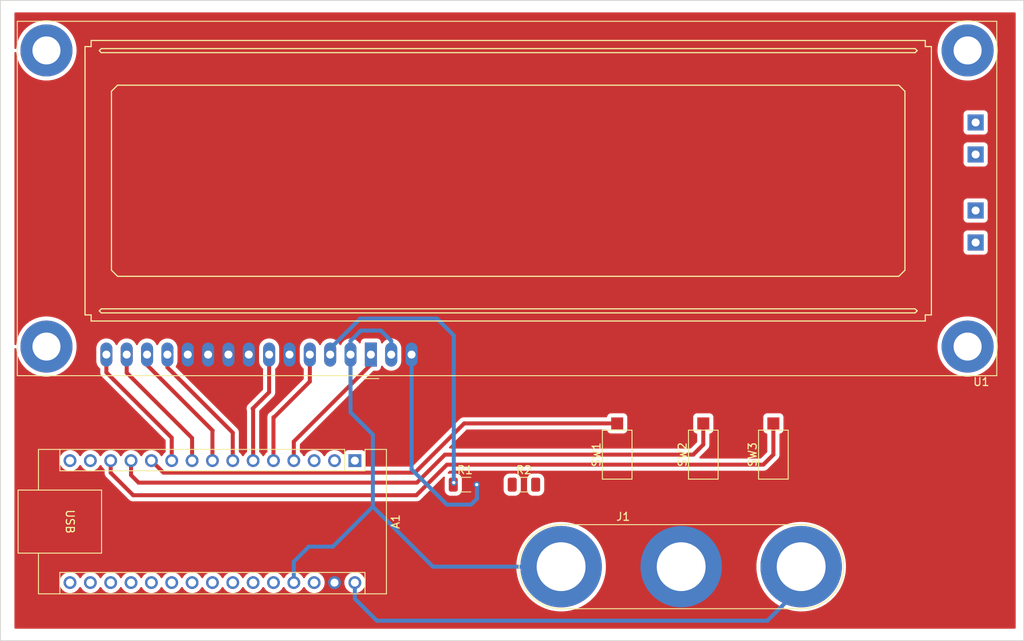
<source format=kicad_pcb>
(kicad_pcb (version 20211014) (generator pcbnew)
  (layers (0 "F.Cu" signal) (31 "B.Cu" signal) (34 "B.Paste" user) (35 "F.Paste" user) (36 "B.SilkS" user "B.Silkscreen") (37 "F.SilkS" user "F.Silkscreen") (38 "B.Mask" user) (39 "F.Mask" user) (44 "Edge.Cuts" user))
  (net 0 "")
  (net 4 "GND")
  (net 5 "Net-(A1-Pad4)")
  (net 6 "Net-(A1-Pad5)")
  (net 7 "Net-(A1-Pad6)")
  (net 8 "Net-(A1-Pad7)")
  (net 9 "Net-(A1-Pad8)")
  (net 10 "Net-(A1-Pad9)")
  (net 11 "Net-(A1-Pad10)")
  (net 12 "Net-(A1-Pad11)")
  (net 13 "Net-(A1-Pad12)")
  (net 27 "Net-(A1-Pad27)")
  (net 29 "Net-(A1-Pad30)")
  (net 30 "Net-(R1-Pad1)")
  (net 33 "Net-(A1-Pad13)")
  (footprint "Display:LCD-016N002L" (layer "F.Cu") (at 120.25 89 180)
    (fp_text reference "U1" (at -76.21 -3.41) (layer "F.SilkS"))
    (fp_text value "LCD-016N002L")
    (fp_line (start -65.913 33.655) (end -66.675 32.893) (layer "F.SilkS") (width 0.15))
    (fp_line (start 32.385 32.893) (end 31.623 33.655) (layer "F.SilkS") (width 0.15))
    (fp_line (start 44.14 -2.64) (end -78.14 -2.64) (layer "F.SilkS") (width 0.12))
    (fp_line (start -78.14 -2.64) (end -78.14 41.64) (layer "F.SilkS") (width 0.12))
    (fp_line (start 35.687 38.481) (end 34.925 38.481) (layer "F.SilkS") (width 0.15))
    (fp_line (start -67.945 5.715) (end 33.655 5.715) (layer "F.SilkS") (width 0.15))
    (fp_line (start 32.385 10.541) (end 32.385 32.893) (layer "F.SilkS") (width 0.15))
    (fp_line (start -66.675 10.541) (end -65.913 9.779) (layer "F.SilkS") (width 0.15))
    (fp_line (start 33.655 5.207) (end 33.909 5.461) (layer "F.SilkS") (width 0.15))
    (fp_line (start -67.945 5.207) (end -68.199 5.461) (layer "F.SilkS") (width 0.15))
    (fp_line (start 35.687 38.481) (end 35.687 4.953) (layer "F.SilkS") (width 0.15))
    (fp_line (start 44.14 -2.64) (end 44.14 41.64) (layer "F.SilkS") (width 0.12))
    (fp_line (start -69.215 4.191) (end -69.215 4.953) (layer "F.SilkS") (width 0.15))
    (fp_line (start -68.199 37.973) (end -67.945 38.227) (layer "F.SilkS") (width 0.15))
    (fp_line (start 33.909 37.973) (end 33.655 37.719) (layer "F.SilkS") (width 0.15))
    (fp_line (start 31.623 33.655) (end -65.913 33.655) (layer "F.SilkS") (width 0.15))
    (fp_line (start -68.199 5.461) (end -67.945 5.715) (layer "F.SilkS") (width 0.15))
    (fp_line (start -69.215 39.243) (end 34.925 39.243) (layer "F.SilkS") (width 0.15))
    (fp_line (start -66.675 32.893) (end -66.675 10.541) (layer "F.SilkS") (width 0.15))
    (fp_line (start 33.655 38.227) (end 33.909 37.973) (layer "F.SilkS") (width 0.15))
    (fp_line (start -67.945 37.719) (end -68.199 37.973) (layer "F.SilkS") (width 0.15))
    (fp_line (start 34.925 4.191) (end -69.215 4.191) (layer "F.SilkS") (width 0.15))
    (fp_line (start 34.925 38.481) (end 34.925 39.243) (layer "F.SilkS") (width 0.15))
    (fp_line (start -69.977 4.953) (end -69.977 38.481) (layer "F.SilkS") (width 0.15))
    (fp_line (start -69.215 39.243) (end -69.215 38.481) (layer "F.SilkS") (width 0.15))
    (fp_line (start 33.909 5.461) (end 33.655 5.715) (layer "F.SilkS") (width 0.15))
    (fp_line (start -69.215 38.481) (end -69.977 38.481) (layer "F.SilkS") (width 0.15))
    (fp_line (start -78.14 41.64) (end 44.14 41.64) (layer "F.SilkS") (width 0.12))
    (fp_line (start 34.925 4.953) (end 35.687 4.953) (layer "F.SilkS") (width 0.15))
    (fp_line (start 33.655 5.207) (end -67.945 5.207) (layer "F.SilkS") (width 0.15))
    (fp_line (start 33.655 37.719) (end -67.945 37.719) (layer "F.SilkS") (width 0.15))
    (fp_line (start 31.623 9.779) (end 32.385 10.541) (layer "F.SilkS") (width 0.15))
    (fp_line (start -67.945 38.227) (end 33.655 38.227) (layer "F.SilkS") (width 0.15))
    (fp_line (start -1 -3) (end 1 -3) (layer "F.SilkS") (width 0.12))
    (fp_line (start 34.925 4.191) (end 34.925 4.953) (layer "F.SilkS") (width 0.15))
    (fp_line (start -65.913 9.779) (end 31.623 9.779) (layer "F.SilkS") (width 0.15))
    (fp_line (start -69.215 4.953) (end -69.977 4.953) (layer "F.SilkS") (width 0.15))
    (pad "" thru_hole circle (at 40.5 38) (size 6.5 6.5) (drill 3.5) (layers *.Cu *.Mask))
    (pad "" thru_hole circle (at 40.5 1) (size 6.5 6.5) (drill 3.5) (layers *.Cu *.Mask))
    (pad "" thru_hole circle (at -74.5 38) (size 6.5 6.5) (drill 3.5) (layers *.Cu *.Mask))
    (pad "" thru_hole circle (at -74.5 1) (size 6.5 6.5) (drill 3.5) (layers *.Cu *.Mask))
    (pad "1" thru_hole rect (at 0 0) (size 1.5 3) (drill 1) (layers *.Cu *.Mask) (net 5 "Net-(A1-Pad4)"))
    (pad "2" thru_hole oval (at 2.54 0) (size 1.5 3) (drill 1) (layers *.Cu *.Mask) (net 27 "Net-(A1-Pad27)"))
    (pad "3" thru_hole oval (at 5.08 0) (size 1.5 3) (drill 1) (layers *.Cu *.Mask) (net 30 "Net-(R1-Pad1)"))
    (pad "4" thru_hole oval (at 7.62 0) (size 1.5 3) (drill 1) (layers *.Cu *.Mask) (net 6 "Net-(A1-Pad5)"))
    (pad "5" thru_hole oval (at 10.16 0) (size 1.5 3) (drill 1) (layers *.Cu *.Mask) (net 4 "GND"))
    (pad "6" thru_hole oval (at 12.7 0) (size 1.5 3) (drill 1) (layers *.Cu *.Mask) (net 7 "Net-(A1-Pad6)"))
    (pad "7" thru_hole oval (at 15.24 0) (size 1.5 3) (drill 1) (layers *.Cu *.Mask) (net 4 "GND"))
    (pad "8" thru_hole oval (at 17.78 0) (size 1.5 3) (drill 1) (layers *.Cu *.Mask) (net 4 "GND"))
    (pad "9" thru_hole oval (at 20.32 0) (size 1.5 3) (drill 1) (layers *.Cu *.Mask) (net 4 "GND"))
    (pad "10" thru_hole oval (at 22.86 0) (size 1.5 3) (drill 1) (layers *.Cu *.Mask) (net 4 "GND"))
    (pad "11" thru_hole oval (at 25.4 0) (size 1.5 3) (drill 1) (layers *.Cu *.Mask) (net 8 "Net-(A1-Pad7)"))
    (pad "12" thru_hole oval (at 27.94 0) (size 1.5 3) (drill 1) (layers *.Cu *.Mask) (net 9 "Net-(A1-Pad8)"))
    (pad "13" thru_hole oval (at 30.48 0) (size 1.5 3) (drill 1) (layers *.Cu *.Mask) (net 10 "Net-(A1-Pad9)"))
    (pad "14" thru_hole oval (at 33.02 0) (size 1.5 3) (drill 1) (layers *.Cu *.Mask) (net 11 "Net-(A1-Pad10)"))
    (pad "15" thru_hole oval (at -2.54 0) (size 1.5 3) (drill 1) (layers *.Cu *.Mask) (net 27 "Net-(A1-Pad27)"))
    (pad "16" thru_hole oval (at -5.08 0) (size 1.5 3) (drill 1) (layers *.Cu *.Mask) (net 4 "GND"))
    (pad "A1" thru_hole rect (at -75.5 14) (size 2 2) (drill 1) (layers *.Cu *.Mask))
    (pad "A2" thru_hole rect (at -75.5 25) (size 2 2) (drill 1) (layers *.Cu *.Mask))
    (pad "K1" thru_hole rect (at -75.5 18) (size 2 2) (drill 1) (layers *.Cu *.Mask))
    (pad "K2" thru_hole rect (at -75.5 29) (size 2 2) (drill 1) (layers *.Cu *.Mask))
  )
  (footprint "Resistor_SMD:R_1206_3216Metric" (layer "F.Cu") (at 132 105.25)
    (fp_text reference "R1" (at 0 -1.82) (layer "F.SilkS"))
    (fp_text value "R")
    (fp_line (start -0.727064 0.91) (end 0.727064 0.91) (layer "F.SilkS") (width 0.12))
    (fp_line (start -0.727064 -0.91) (end 0.727064 -0.91) (layer "F.SilkS") (width 0.12))
    (pad "1" smd roundrect (at -1.4625 0) (size 1.125 1.75) (layers "F.Cu" "F.Paste" "F.Mask") (roundrect_rratio 0.2222222222) (net 30 "Net-(R1-Pad1)"))
    (pad "2" smd roundrect (at 1.4625 0) (size 1.125 1.75) (layers "F.Cu" "F.Paste" "F.Mask") (roundrect_rratio 0.2222222222) (net 4 "GND"))
  )
  (footprint "Button_Switch_SMD:SW_SPST_CK_RS282G05A3" (layer "F.Cu") (at 161.75 101.5 90)
    (fp_text reference "SW2" (at 0 -2.6 90) (layer "F.SilkS"))
    (fp_text value "SW_Push")
    (fp_line (start -3.06 -1.85) (end 3.06 -1.85) (layer "F.SilkS") (width 0.12))
    (fp_line (start -3.06 1.85) (end -3.06 -1.85) (layer "F.SilkS") (width 0.12))
    (fp_line (start 3.06 1.85) (end -3.06 1.85) (layer "F.SilkS") (width 0.12))
    (fp_line (start 3.06 -1.85) (end 3.06 1.85) (layer "F.SilkS") (width 0.12))
    (pad "1" smd rect (at -3.9 0 90) (size 1.5 1.5) (layers "F.Cu" "F.Paste" "F.Mask") (net 4 "GND"))
    (pad "2" smd rect (at 3.9 0 90) (size 1.5 1.5) (layers "F.Cu" "F.Paste" "F.Mask") (net 13 "Net-(A1-Pad12)"))
  )
  (footprint "Resistor_SMD:R_1206_3216Metric" (layer "F.Cu") (at 139.36 105.25)
    (fp_text reference "R2" (at 0 -1.82) (layer "F.SilkS"))
    (fp_text value "R")
    (fp_line (start -0.727064 -0.91) (end 0.727064 -0.91) (layer "F.SilkS") (width 0.12))
    (fp_line (start -0.727064 0.91) (end 0.727064 0.91) (layer "F.SilkS") (width 0.12))
    (pad "1" smd roundrect (at -1.4625 0) (size 1.125 1.75) (layers "F.Cu" "F.Paste" "F.Mask") (roundrect_rratio 0.2222222222))
    (pad "2" smd roundrect (at 1.4625 0) (size 1.125 1.75) (layers "F.Cu" "F.Paste" "F.Mask") (roundrect_rratio 0.2222222222))
  )
  (footprint "Button_Switch_SMD:SW_SPST_CK_RS282G05A3" (layer "F.Cu") (at 170.5 101.5 90)
    (fp_text reference "SW3" (at 0 -2.6 90) (layer "F.SilkS"))
    (fp_text value "SW_Push")
    (fp_line (start -3.06 1.85) (end -3.06 -1.85) (layer "F.SilkS") (width 0.12))
    (fp_line (start 3.06 -1.85) (end 3.06 1.85) (layer "F.SilkS") (width 0.12))
    (fp_line (start 3.06 1.85) (end -3.06 1.85) (layer "F.SilkS") (width 0.12))
    (fp_line (start -3.06 -1.85) (end 3.06 -1.85) (layer "F.SilkS") (width 0.12))
    (pad "1" smd rect (at -3.9 0 90) (size 1.5 1.5) (layers "F.Cu" "F.Paste" "F.Mask") (net 4 "GND"))
    (pad "2" smd rect (at 3.9 0 90) (size 1.5 1.5) (layers "F.Cu" "F.Paste" "F.Mask") (net 33 "Net-(A1-Pad13)"))
  )
  (footprint "Module:Arduino_Nano" (layer "F.Cu") (at 118.25 102.25 -90)
    (fp_text reference "A1" (at 7.62 -5.08 90) (layer "F.SilkS"))
    (fp_text value "Arduino_Nano_v2.x")
    (fp_text user "USB" (at 7.62 35.56 -90 unlocked) (layer "F.SilkS"))
    (fp_line (start 1.27 -1.27) (end -1.4 -1.27) (layer "F.SilkS") (width 0.12))
    (fp_line (start 1.27 36.83) (end -1.4 36.83) (layer "F.SilkS") (width 0.12))
    (fp_line (start 3.68 31.62) (end 11.56 31.62) (layer "F.SilkS") (width 0.12))
    (fp_line (start 1.27 1.27) (end 1.27 36.83) (layer "F.SilkS") (width 0.12))
    (fp_line (start -1.4 1.27) (end -1.4 39.5) (layer "F.SilkS") (width 0.12))
    (fp_line (start 13.97 36.83) (end 16.64 36.83) (layer "F.SilkS") (width 0.12))
    (fp_line (start 16.64 39.5) (end 11.56 39.5) (layer "F.SilkS") (width 0.12))
    (fp_line (start 16.64 -3.94) (end -1.4 -3.94) (layer "F.SilkS") (width 0.12))
    (fp_line (start -1.4 39.5) (end 3.68 39.5) (layer "F.SilkS") (width 0.12))
    (fp_line (start 13.97 -1.27) (end 16.64 -1.27) (layer "F.SilkS") (width 0.12))
    (fp_line (start -1.4 -3.94) (end -1.4 -1.27) (layer "F.SilkS") (width 0.12))
    (fp_line (start 1.27 1.27) (end -1.4 1.27) (layer "F.SilkS") (width 0.12))
    (fp_line (start 16.64 39.5) (end 16.64 -3.94) (layer "F.SilkS") (width 0.12))
    (fp_line (start 3.68 42.04) (end 3.68 31.62) (layer "F.SilkS") (width 0.12))
    (fp_line (start 1.27 1.27) (end 1.27 -1.27) (layer "F.SilkS") (width 0.12))
    (fp_line (start 11.56 42.04) (end 3.68 42.04) (layer "F.SilkS") (width 0.12))
    (fp_line (start 11.56 31.62) (end 11.56 42.04) (layer "F.SilkS") (width 0.12))
    (fp_line (start 13.97 -1.27) (end 13.97 36.83) (layer "F.SilkS") (width 0.12))
    (pad "1" thru_hole rect (at 0 0 270) (size 1.6 1.6) (drill 1) (layers *.Cu *.Mask))
    (pad "2" thru_hole oval (at 0 2.54 270) (size 1.6 1.6) (drill 1) (layers *.Cu *.Mask))
    (pad "3" thru_hole oval (at 0 5.08 270) (size 1.6 1.6) (drill 1) (layers *.Cu *.Mask))
    (pad "4" thru_hole oval (at 0 7.62 270) (size 1.6 1.6) (drill 1) (layers *.Cu *.Mask) (net 5 "Net-(A1-Pad4)"))
    (pad "5" thru_hole oval (at 0 10.16 270) (size 1.6 1.6) (drill 1) (layers *.Cu *.Mask) (net 6 "Net-(A1-Pad5)"))
    (pad "6" thru_hole oval (at 0 12.7 270) (size 1.6 1.6) (drill 1) (layers *.Cu *.Mask) (net 7 "Net-(A1-Pad6)"))
    (pad "7" thru_hole oval (at 0 15.24 270) (size 1.6 1.6) (drill 1) (layers *.Cu *.Mask) (net 8 "Net-(A1-Pad7)"))
    (pad "8" thru_hole oval (at 0 17.78 270) (size 1.6 1.6) (drill 1) (layers *.Cu *.Mask) (net 9 "Net-(A1-Pad8)"))
    (pad "9" thru_hole oval (at 0 20.32 270) (size 1.6 1.6) (drill 1) (layers *.Cu *.Mask) (net 10 "Net-(A1-Pad9)"))
    (pad "10" thru_hole oval (at 0 22.86 270) (size 1.6 1.6) (drill 1) (layers *.Cu *.Mask) (net 11 "Net-(A1-Pad10)"))
    (pad "11" thru_hole oval (at 0 25.4 270) (size 1.6 1.6) (drill 1) (layers *.Cu *.Mask) (net 12 "Net-(A1-Pad11)"))
    (pad "12" thru_hole oval (at 0 27.94 270) (size 1.6 1.6) (drill 1) (layers *.Cu *.Mask) (net 13 "Net-(A1-Pad12)"))
    (pad "13" thru_hole oval (at 0 30.48 270) (size 1.6 1.6) (drill 1) (layers *.Cu *.Mask) (net 33 "Net-(A1-Pad13)"))
    (pad "14" thru_hole oval (at 0 33.02 270) (size 1.6 1.6) (drill 1) (layers *.Cu *.Mask))
    (pad "15" thru_hole oval (at 0 35.56 270) (size 1.6 1.6) (drill 1) (layers *.Cu *.Mask))
    (pad "16" thru_hole oval (at 15.24 35.56 270) (size 1.6 1.6) (drill 1) (layers *.Cu *.Mask))
    (pad "17" thru_hole oval (at 15.24 33.02 270) (size 1.6 1.6) (drill 1) (layers *.Cu *.Mask))
    (pad "18" thru_hole oval (at 15.24 30.48 270) (size 1.6 1.6) (drill 1) (layers *.Cu *.Mask))
    (pad "19" thru_hole oval (at 15.24 27.94 270) (size 1.6 1.6) (drill 1) (layers *.Cu *.Mask))
    (pad "20" thru_hole oval (at 15.24 25.4 270) (size 1.6 1.6) (drill 1) (layers *.Cu *.Mask))
    (pad "21" thru_hole oval (at 15.24 22.86 270) (size 1.6 1.6) (drill 1) (layers *.Cu *.Mask))
    (pad "22" thru_hole oval (at 15.24 20.32 270) (size 1.6 1.6) (drill 1) (layers *.Cu *.Mask))
    (pad "23" thru_hole oval (at 15.24 17.78 270) (size 1.6 1.6) (drill 1) (layers *.Cu *.Mask))
    (pad "24" thru_hole oval (at 15.24 15.24 270) (size 1.6 1.6) (drill 1) (layers *.Cu *.Mask))
    (pad "25" thru_hole oval (at 15.24 12.7 270) (size 1.6 1.6) (drill 1) (layers *.Cu *.Mask))
    (pad "26" thru_hole oval (at 15.24 10.16 270) (size 1.6 1.6) (drill 1) (layers *.Cu *.Mask))
    (pad "27" thru_hole oval (at 15.24 7.62 270) (size 1.6 1.6) (drill 1) (layers *.Cu *.Mask) (net 27 "Net-(A1-Pad27)"))
    (pad "28" thru_hole oval (at 15.24 5.08 270) (size 1.6 1.6) (drill 1) (layers *.Cu *.Mask))
    (pad "29" thru_hole oval (at 15.24 2.54 270) (size 1.6 1.6) (drill 1) (layers *.Cu *.Mask) (net 4 "GND"))
    (pad "30" thru_hole oval (at 15.24 0 270) (size 1.6 1.6) (drill 1) (layers *.Cu *.Mask) (net 29 "Net-(A1-Pad30)"))
  )
  (footprint "Connector:Banana_Jack_3Pin" (layer "F.Cu") (at 144 115.5)
    (fp_text reference "J1" (at 7.75 -6.25) (layer "F.SilkS"))
    (fp_text value "Conn_01x03_Female")
    (fp_line (start 30 -5.25) (end 0 -5.25) (layer "F.SilkS") (width 0.12))
    (fp_line (start 0 5.25) (end 30 5.25) (layer "F.SilkS") (width 0.12))
    (fp_arc (start 0 5.25) (mid -5.25 0) (end 0 -5.25) (layer "F.SilkS") (width 0.12))
    (fp_arc (start 30 -5.25) (mid 35.25 0) (end 30 5.25) (layer "F.SilkS") (width 0.12))
    (pad "1" thru_hole circle (at 0 0) (size 10.16 10.16) (drill 6.1) (layers *.Cu *.Mask) (net 27 "Net-(A1-Pad27)"))
    (pad "2" thru_hole circle (at 14.99 0) (size 10.16 10.16) (drill 6.1) (layers *.Cu *.Mask) (net 4 "GND"))
    (pad "3" thru_hole circle (at 29.97 0) (size 10.16 10.16) (drill 6.1) (layers *.Cu *.Mask) (net 29 "Net-(A1-Pad30)"))
  )
  (footprint "Button_Switch_SMD:SW_SPST_CK_RS282G05A3" (layer "F.Cu") (at 151 101.5 90)
    (fp_text reference "SW1" (at 0 -2.6 90) (layer "F.SilkS"))
    (fp_text value "SW_Push")
    (fp_line (start 3.06 1.85) (end -3.06 1.85) (layer "F.SilkS") (width 0.12))
    (fp_line (start -3.06 1.85) (end -3.06 -1.85) (layer "F.SilkS") (width 0.12))
    (fp_line (start -3.06 -1.85) (end 3.06 -1.85) (layer "F.SilkS") (width 0.12))
    (fp_line (start 3.06 -1.85) (end 3.06 1.85) (layer "F.SilkS") (width 0.12))
    (pad "1" smd rect (at -3.9 0 90) (size 1.5 1.5) (layers "F.Cu" "F.Paste" "F.Mask") (net 4 "GND"))
    (pad "2" smd rect (at 3.9 0 90) (size 1.5 1.5) (layers "F.Cu" "F.Paste" "F.Mask") (net 12 "Net-(A1-Pad11)"))
  )
  (gr_rect (start 74 44.75) (end 201.75 124.75) (layer "Edge.Cuts") (width 0.1) (fill none))
  (segment (start 105.01 87.24) (end 106.5 85.75) (width 0.5) (layer "F.Cu") (net 4))
  (segment (start 108.25 85.75) (end 110.09 87.59) (width 0.5) (layer "F.Cu") (net 4))
  (segment (start 170.5 105.4) (end 151 105.4) (width 0.5) (layer "F.Cu") (net 4))
  (segment (start 106.5 85.75) (end 108.25 85.75) (width 0.5) (layer "F.Cu") (net 4))
  (segment (start 151 105.4) (end 151 107.5) (width 0.5) (layer "F.Cu") (net 4))
  (segment (start 120.7 112.5) (end 129.75 112.5) (width 0.5) (layer "F.Cu") (net 4))
  (segment (start 124 86.25) (end 110.75 86.25) (width 0.5) (layer "F.Cu") (net 4))
  (segment (start 133.4625 108.2125) (end 133.4625 105.25) (width 0.5) (layer "F.Cu") (net 4))
  (segment (start 115.71 117.49) (end 120.7 112.5) (width 0.5) (layer "F.Cu") (net 4))
  (segment (start 125.33 87.58) (end 124 86.25) (width 0.5) (layer "F.Cu") (net 4))
  (segment (start 97.39 89) (end 105.01 89) (width 0.5) (layer "F.Cu") (net 4))
  (segment (start 110.09 87.59) (end 110.09 89) (width 0.5) (layer "F.Cu") (net 4))
  (segment (start 133.4625 108.7875) (end 133.4625 108.2125) (width 0.5) (layer "F.Cu") (net 4))
  (segment (start 110.09 86.91) (end 110.09 89) (width 0.5) (layer "F.Cu") (net 4))
  (segment (start 129.75 112.5) (end 133.4625 108.7875) (width 0.5) (layer "F.Cu") (net 4))
  (segment (start 161.75 112.74) (end 158.99 115.5) (width 0.5) (layer "F.Cu") (net 4))
  (segment (start 149.75 108.75) (end 134 108.75) (width 0.5) (layer "F.Cu") (net 4))
  (segment (start 133.5 105.2125) (end 133.4625 105.25) (width 0.5) (layer "F.Cu") (net 4))
  (segment (start 110.75 86.25) (end 110.09 86.91) (width 0.5) (layer "F.Cu") (net 4))
  (segment (start 105.01 89) (end 105.01 87.24) (width 0.5) (layer "F.Cu") (net 4))
  (segment (start 161.75 105.4) (end 161.75 112.74) (width 0.5) (layer "F.Cu") (net 4))
  (segment (start 134 108.75) (end 133.4625 108.2125) (width 0.5) (layer "F.Cu") (net 4))
  (segment (start 125.33 89) (end 125.33 87.58) (width 0.5) (layer "F.Cu") (net 4))
  (segment (start 151 107.5) (end 149.75 108.75) (width 0.5) (layer "F.Cu") (net 4))
  (via (at 133.4625 105.25) (size 0.8) (drill 0.4) (layers "F.Cu" "B.Cu") (net 4))
  (segment (start 133.5 105.2875) (end 133.4625 105.25) (width 0.5) (layer "B.Cu") (net 4))
  (segment (start 125.33 103.33) (end 129.75 107.75) (width 0.5) (layer "B.Cu") (net 4))
  (segment (start 125.33 89) (end 125.33 103.33) (width 0.5) (layer "B.Cu") (net 4))
  (segment (start 133.5 107) (end 133.5 105.2875) (width 0.5) (layer "B.Cu") (net 4))
  (segment (start 132.75 107.75) (end 133.5 107) (width 0.5) (layer "B.Cu") (net 4))
  (segment (start 129.75 107.75) (end 132.75 107.75) (width 0.5) (layer "B.Cu") (net 4))
  (segment (start 120.25 90.25) (end 110.63 99.87) (width 0.5) (layer "F.Cu") (net 5))
  (segment (start 120.25 89) (end 120.25 90.25) (width 0.5) (layer "F.Cu") (net 5))
  (segment (start 110.63 99.87) (end 110.63 102.25) (width 0.5) (layer "F.Cu") (net 5))
  (segment (start 112.63 89) (end 112.63 92.37) (width 0.5) (layer "F.Cu") (net 6))
  (segment (start 112.63 92.37) (end 108.16 96.84) (width 0.5) (layer "F.Cu") (net 6))
  (segment (start 108.09 96.84) (end 108.09 102.25) (width 0.5) (layer "F.Cu") (net 6))
  (segment (start 108.16 96.84) (end 108.09 96.84) (width 0.5) (layer "F.Cu") (net 6))
  (segment (start 105.55 95.8) (end 105.55 102.25) (width 0.5) (layer "F.Cu") (net 7))
  (segment (start 105.5 95.75) (end 105.55 95.8) (width 0.5) (layer "F.Cu") (net 7))
  (segment (start 107.55 93.7) (end 105.5 95.75) (width 0.5) (layer "F.Cu") (net 7))
  (segment (start 107.55 89) (end 107.55 93.7) (width 0.5) (layer "F.Cu") (net 7))
  (segment (start 94.85 90.6) (end 103.01 98.76) (width 0.5) (layer "F.Cu") (net 8))
  (segment (start 103.01 98.76) (end 103.01 102.25) (width 0.5) (layer "F.Cu") (net 8))
  (segment (start 94.85 89) (end 94.85 90.6) (width 0.5) (layer "F.Cu") (net 8))
  (segment (start 100.5 98.5) (end 100.47 98.53) (width 0.5) (layer "F.Cu") (net 9))
  (segment (start 92.31 90.31) (end 100.5 98.5) (width 0.5) (layer "F.Cu") (net 9))
  (segment (start 100.47 98.53) (end 100.47 102.25) (width 0.5) (layer "F.Cu") (net 9))
  (segment (start 92.31 89) (end 92.31 90.31) (width 0.5) (layer "F.Cu") (net 9))
  (segment (start 89.77 91.27) (end 97.93 99.43) (width 0.5) (layer "F.Cu") (net 10))
  (segment (start 97.93 99.43) (end 97.93 102.25) (width 0.5) (layer "F.Cu") (net 10))
  (segment (start 89.77 89) (end 89.77 91.27) (width 0.5) (layer "F.Cu") (net 10))
  (segment (start 87.23 91.23) (end 95.39 99.39) (width 0.5) (layer "F.Cu") (net 11))
  (segment (start 95.39 99.39) (end 95.39 102.25) (width 0.5) (layer "F.Cu") (net 11))
  (segment (start 87.23 89) (end 87.23 91.23) (width 0.5) (layer "F.Cu") (net 11))
  (segment (start 92.85 102.25) (end 94.35 103.75) (width 0.5) (layer "F.Cu") (net 12))
  (segment (start 94.5 103.75) (end 125.5 103.75) (width 0.5) (layer "F.Cu") (net 12))
  (segment (start 131.9 97.6) (end 125.75 103.75) (width 0.5) (layer "F.Cu") (net 12))
  (segment (start 94.35 103.75) (end 94.5 103.75) (width 0.5) (layer "F.Cu") (net 12))
  (segment (start 125.5 103.75) (end 125.75 103.75) (width 0.5) (layer "F.Cu") (net 12))
  (segment (start 151 97.6) (end 131.9 97.6) (width 0.5) (layer "F.Cu") (net 12))
  (segment (start 129.5 101.5) (end 160.5 101.5) (width 0.5) (layer "F.Cu") (net 13))
  (segment (start 90.31 102.25) (end 90.31 104.06) (width 0.5) (layer "F.Cu") (net 13))
  (segment (start 126 105) (end 129.5 101.5) (width 0.5) (layer "F.Cu") (net 13))
  (segment (start 161.75 100.25) (end 161.75 97.6) (width 0.5) (layer "F.Cu") (net 13))
  (segment (start 160.5 101.5) (end 161.75 100.25) (width 0.5) (layer "F.Cu") (net 13))
  (segment (start 91.25 105) (end 126 105) (width 0.5) (layer "F.Cu") (net 13))
  (segment (start 90.31 104.06) (end 91.25 105) (width 0.5) (layer "F.Cu") (net 13))
  (segment (start 120.5 108) (end 115.5 113) (width 0.5) (layer "B.Cu") (net 27))
  (segment (start 115.5 113) (end 112.5 113) (width 0.5) (layer "B.Cu") (net 27))
  (segment (start 144 115.5) (end 128 115.5) (width 0.5) (layer "B.Cu") (net 27))
  (segment (start 110.63 114.87) (end 110.63 117.49) (width 0.5) (layer "B.Cu") (net 27))
  (segment (start 128 115.5) (end 120.5 108) (width 0.5) (layer "B.Cu") (net 27))
  (segment (start 119 86) (end 121.5 86) (width 0.5) (layer "B.Cu") (net 27))
  (segment (start 121.5 86) (end 122.79 87.29) (width 0.5) (layer "B.Cu") (net 27))
  (segment (start 120.5 99) (end 120.5 108) (width 0.5) (layer "B.Cu") (net 27))
  (segment (start 117.71 87.29) (end 119 86) (width 0.5) (layer "B.Cu") (net 27))
  (segment (start 122.79 87.29) (end 122.79 89) (width 0.5) (layer "B.Cu") (net 27))
  (segment (start 117.71 96.21) (end 120.5 99) (width 0.5) (layer "B.Cu") (net 27))
  (segment (start 117.71 89) (end 117.71 87.29) (width 0.5) (layer "B.Cu") (net 27))
  (segment (start 112.5 113) (end 110.63 114.87) (width 0.5) (layer "B.Cu") (net 27))
  (segment (start 117.71 89) (end 117.71 96.21) (width 0.5) (layer "B.Cu") (net 27))
  (segment (start 118.25 117.49) (end 118.25 119.5) (width 0.5) (layer "B.Cu") (net 29))
  (segment (start 173.97 118.03) (end 173.97 115.5) (width 0.5) (layer "B.Cu") (net 29))
  (segment (start 118.25 119.5) (end 121 122.25) (width 0.5) (layer "B.Cu") (net 29))
  (segment (start 121 122.25) (end 169.75 122.25) (width 0.5) (layer "B.Cu") (net 29))
  (segment (start 169.75 122.25) (end 173.97 118.03) (width 0.5) (layer "B.Cu") (net 29))
  (via (at 130.5995 105) (size 0.8) (drill 0.4) (layers "F.Cu" "B.Cu") (net 30))
  (segment (start 115.17 88.25) (end 118.92 84.5) (width 0.5) (layer "B.Cu") (net 30))
  (segment (start 128.5 84.5) (end 130.5995 86.5995) (width 0.5) (layer "B.Cu") (net 30))
  (segment (start 130.5995 86.5995) (end 130.5995 105) (width 0.5) (layer "B.Cu") (net 30))
  (segment (start 115.17 89) (end 115.17 88.25) (width 0.5) (layer "B.Cu") (net 30))
  (segment (start 118.92 84.5) (end 128.5 84.5) (width 0.5) (layer "B.Cu") (net 30))
  (segment (start 129.75 102.75) (end 169.25 102.75) (width 0.5) (layer "F.Cu") (net 33))
  (segment (start 90.575 106.575) (end 125.925 106.575) (width 0.5) (layer "F.Cu") (net 33))
  (segment (start 87.77 103.77) (end 90.575 106.575) (width 0.5) (layer "F.Cu") (net 33))
  (segment (start 170.5 101.5) (end 170.5 97.6) (width 0.5) (layer "F.Cu") (net 33))
  (segment (start 125.925 106.575) (end 129.75 102.75) (width 0.5) (layer "F.Cu") (net 33))
  (segment (start 169.25 102.75) (end 170.5 101.5) (width 0.5) (layer "F.Cu") (net 33))
  (segment (start 87.77 102.25) (end 87.77 103.77) (width 0.5) (layer "F.Cu") (net 33))
  (zone (net 4) (net_name "GND") (layer "F.Cu") (connect_pads yes (clearance 0.508)) (min_thickness 0.254) (fill yes (thermal_gap 0.508) (thermal_bridge_width 0.508))
    (polygon (pts (xy 200.75 123.25) (xy 75.75 123.25) (xy 75.75 46.25) (xy 200.75 46.25)))
  )
)
</source>
